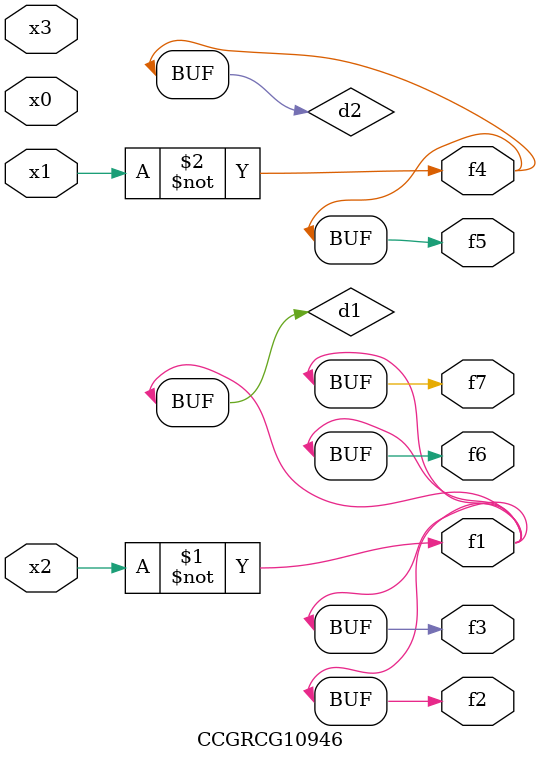
<source format=v>
module CCGRCG10946(
	input x0, x1, x2, x3,
	output f1, f2, f3, f4, f5, f6, f7
);

	wire d1, d2;

	xnor (d1, x2);
	not (d2, x1);
	assign f1 = d1;
	assign f2 = d1;
	assign f3 = d1;
	assign f4 = d2;
	assign f5 = d2;
	assign f6 = d1;
	assign f7 = d1;
endmodule

</source>
